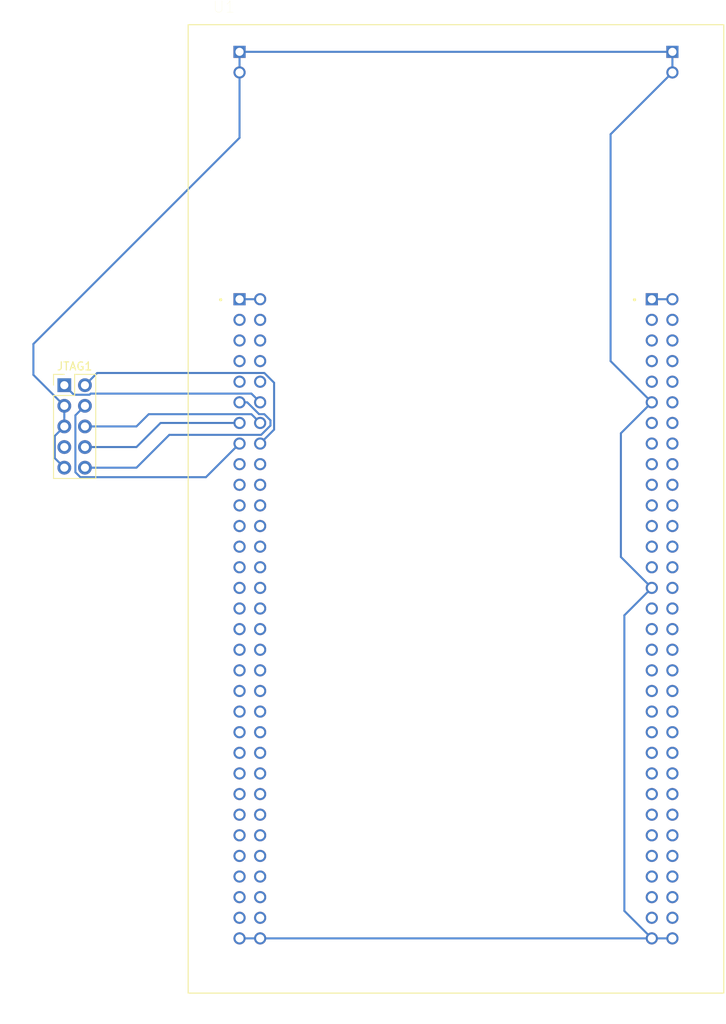
<source format=kicad_pcb>
(kicad_pcb (version 20171130) (host pcbnew "(5.1.10)-1")

  (general
    (thickness 1.6)
    (drawings 0)
    (tracks 56)
    (zones 0)
    (modules 2)
    (nets 122)
  )

  (page A4)
  (layers
    (0 F.Cu signal)
    (31 B.Cu signal)
    (32 B.Adhes user)
    (33 F.Adhes user)
    (34 B.Paste user)
    (35 F.Paste user)
    (36 B.SilkS user)
    (37 F.SilkS user)
    (38 B.Mask user)
    (39 F.Mask user)
    (40 Dwgs.User user)
    (41 Cmts.User user)
    (42 Eco1.User user)
    (43 Eco2.User user)
    (44 Edge.Cuts user)
    (45 Margin user)
    (46 B.CrtYd user)
    (47 F.CrtYd user)
    (48 B.Fab user)
    (49 F.Fab user)
  )

  (setup
    (last_trace_width 0.25)
    (trace_clearance 0.2)
    (zone_clearance 0.508)
    (zone_45_only no)
    (trace_min 0.2)
    (via_size 0.8)
    (via_drill 0.4)
    (via_min_size 0.4)
    (via_min_drill 0.3)
    (uvia_size 0.3)
    (uvia_drill 0.1)
    (uvias_allowed no)
    (uvia_min_size 0.2)
    (uvia_min_drill 0.1)
    (edge_width 0.05)
    (segment_width 0.2)
    (pcb_text_width 0.3)
    (pcb_text_size 1.5 1.5)
    (mod_edge_width 0.12)
    (mod_text_size 1 1)
    (mod_text_width 0.15)
    (pad_size 1.524 1.524)
    (pad_drill 0.762)
    (pad_to_mask_clearance 0)
    (aux_axis_origin 0 0)
    (visible_elements FFFFFF7F)
    (pcbplotparams
      (layerselection 0x010fc_ffffffff)
      (usegerberextensions false)
      (usegerberattributes true)
      (usegerberadvancedattributes true)
      (creategerberjobfile true)
      (excludeedgelayer true)
      (linewidth 0.100000)
      (plotframeref false)
      (viasonmask false)
      (mode 1)
      (useauxorigin false)
      (hpglpennumber 1)
      (hpglpenspeed 20)
      (hpglpendiameter 15.000000)
      (psnegative false)
      (psa4output false)
      (plotreference true)
      (plotvalue true)
      (plotinvisibletext false)
      (padsonsilk false)
      (subtractmaskfromsilk false)
      (outputformat 1)
      (mirror false)
      (drillshape 1)
      (scaleselection 1)
      (outputdirectory ""))
  )

  (net 0 "")
  (net 1 JTAG_nTRST)
  (net 2 GND)
  (net 3 JTAG_TDI)
  (net 4 "Net-(JTAG1-Pad7)")
  (net 5 JTAG_TDO)
  (net 6 JTAG_TCK)
  (net 7 JTAG_TMS)
  (net 8 JTAG_VJTAG)
  (net 9 "Net-(U1-PadP2_1)")
  (net 10 "Net-(U1-PadP2_3)")
  (net 11 "Net-(U1-PadP2_5)")
  (net 12 "Net-(U1-PadP2_6)")
  (net 13 "Net-(U1-PadP2_7)")
  (net 14 "Net-(U1-PadP2_8)")
  (net 15 "Net-(U1-PadP2_9)")
  (net 16 "Net-(U1-PadP2_10)")
  (net 17 "Net-(U1-PadP2_12)")
  (net 18 "Net-(U1-PadP2_13)")
  (net 19 "Net-(U1-PadP2_14)")
  (net 20 "Net-(U1-PadP2_15)")
  (net 21 "Net-(U1-PadP2_16)")
  (net 22 "Net-(U1-PadP2_17)")
  (net 23 "Net-(U1-PadP2_18)")
  (net 24 "Net-(U1-PadP2_19)")
  (net 25 "Net-(U1-PadP2_20)")
  (net 26 "Net-(U1-PadP2_21)")
  (net 27 "Net-(U1-PadP2_22)")
  (net 28 "Net-(U1-PadP2_23)")
  (net 29 "Net-(U1-PadP2_24)")
  (net 30 "Net-(U1-PadP2_25)")
  (net 31 "Net-(U1-PadP2_26)")
  (net 32 "Net-(U1-PadP2_27)")
  (net 33 "Net-(U1-PadP2_28)")
  (net 34 "Net-(U1-PadP2_30)")
  (net 35 "Net-(U1-PadP2_31)")
  (net 36 "Net-(U1-PadP2_32)")
  (net 37 "Net-(U1-PadP2_33)")
  (net 38 "Net-(U1-PadP2_34)")
  (net 39 "Net-(U1-PadP2_35)")
  (net 40 "Net-(U1-PadP2_36)")
  (net 41 "Net-(U1-PadP2_37)")
  (net 42 "Net-(U1-PadP2_38)")
  (net 43 "Net-(U1-PadP2_39)")
  (net 44 "Net-(U1-PadP2_40)")
  (net 45 "Net-(U1-PadP2_41)")
  (net 46 "Net-(U1-PadP2_42)")
  (net 47 "Net-(U1-PadP2_43)")
  (net 48 "Net-(U1-PadP2_44)")
  (net 49 "Net-(U1-PadP2_45)")
  (net 50 "Net-(U1-PadP2_46)")
  (net 51 "Net-(U1-PadP2_47)")
  (net 52 "Net-(U1-PadP2_48)")
  (net 53 "Net-(U1-PadP2_49)")
  (net 54 "Net-(U1-PadP2_50)")
  (net 55 "Net-(U1-PadP2_51)")
  (net 56 "Net-(U1-PadP2_52)")
  (net 57 "Net-(U1-PadP2_53)")
  (net 58 "Net-(U1-PadP2_54)")
  (net 59 "Net-(U1-PadP2_55)")
  (net 60 "Net-(U1-PadP2_56)")
  (net 61 "Net-(U1-PadP2_57)")
  (net 62 "Net-(U1-PadP2_58)")
  (net 63 "Net-(U1-PadP2_59)")
  (net 64 "Net-(U1-PadP2_60)")
  (net 65 "Net-(U1-PadP2_61)")
  (net 66 "Net-(U1-PadP2_62)")
  (net 67 "Net-(U1-PadP1_1)")
  (net 68 "Net-(U1-PadP1_3)")
  (net 69 "Net-(U1-PadP1_4)")
  (net 70 "Net-(U1-PadP1_5)")
  (net 71 "Net-(U1-PadP1_6)")
  (net 72 "Net-(U1-PadP1_7)")
  (net 73 "Net-(U1-PadP1_8)")
  (net 74 "Net-(U1-PadP1_9)")
  (net 75 "Net-(U1-PadP1_10)")
  (net 76 "Net-(U1-PadP1_17)")
  (net 77 "Net-(U1-PadP1_18)")
  (net 78 "Net-(U1-PadP1_19)")
  (net 79 "Net-(U1-PadP1_20)")
  (net 80 "Net-(U1-PadP1_21)")
  (net 81 "Net-(U1-PadP1_22)")
  (net 82 "Net-(U1-PadP1_23)")
  (net 83 "Net-(U1-PadP1_24)")
  (net 84 "Net-(U1-PadP1_25)")
  (net 85 "Net-(U1-PadP1_26)")
  (net 86 "Net-(U1-PadP1_27)")
  (net 87 "Net-(U1-PadP1_28)")
  (net 88 "Net-(U1-PadP1_29)")
  (net 89 "Net-(U1-PadP1_30)")
  (net 90 "Net-(U1-PadP1_31)")
  (net 91 "Net-(U1-PadP1_32)")
  (net 92 "Net-(U1-PadP1_33)")
  (net 93 "Net-(U1-PadP1_34)")
  (net 94 "Net-(U1-PadP1_35)")
  (net 95 "Net-(U1-PadP1_36)")
  (net 96 "Net-(U1-PadP1_37)")
  (net 97 "Net-(U1-PadP1_38)")
  (net 98 "Net-(U1-PadP1_39)")
  (net 99 "Net-(U1-PadP1_40)")
  (net 100 "Net-(U1-PadP1_41)")
  (net 101 "Net-(U1-PadP1_42)")
  (net 102 "Net-(U1-PadP1_43)")
  (net 103 "Net-(U1-PadP1_44)")
  (net 104 "Net-(U1-PadP1_45)")
  (net 105 "Net-(U1-PadP1_46)")
  (net 106 "Net-(U1-PadP1_47)")
  (net 107 "Net-(U1-PadP1_48)")
  (net 108 "Net-(U1-PadP1_49)")
  (net 109 "Net-(U1-PadP1_50)")
  (net 110 "Net-(U1-PadP1_51)")
  (net 111 "Net-(U1-PadP1_52)")
  (net 112 "Net-(U1-PadP1_53)")
  (net 113 "Net-(U1-PadP1_54)")
  (net 114 "Net-(U1-PadP1_55)")
  (net 115 "Net-(U1-PadP1_56)")
  (net 116 "Net-(U1-PadP1_57)")
  (net 117 "Net-(U1-PadP1_58)")
  (net 118 "Net-(U1-PadP1_59)")
  (net 119 "Net-(U1-PadP1_60)")
  (net 120 "Net-(U1-PadP1_61)")
  (net 121 "Net-(U1-PadP1_62)")

  (net_class Default "This is the default net class."
    (clearance 0.2)
    (trace_width 0.25)
    (via_dia 0.8)
    (via_drill 0.4)
    (uvia_dia 0.3)
    (uvia_drill 0.1)
    (add_net GND)
    (add_net JTAG_TCK)
    (add_net JTAG_TDI)
    (add_net JTAG_TDO)
    (add_net JTAG_TMS)
    (add_net JTAG_VJTAG)
    (add_net JTAG_nTRST)
    (add_net "Net-(JTAG1-Pad7)")
    (add_net "Net-(U1-PadP1_1)")
    (add_net "Net-(U1-PadP1_10)")
    (add_net "Net-(U1-PadP1_17)")
    (add_net "Net-(U1-PadP1_18)")
    (add_net "Net-(U1-PadP1_19)")
    (add_net "Net-(U1-PadP1_20)")
    (add_net "Net-(U1-PadP1_21)")
    (add_net "Net-(U1-PadP1_22)")
    (add_net "Net-(U1-PadP1_23)")
    (add_net "Net-(U1-PadP1_24)")
    (add_net "Net-(U1-PadP1_25)")
    (add_net "Net-(U1-PadP1_26)")
    (add_net "Net-(U1-PadP1_27)")
    (add_net "Net-(U1-PadP1_28)")
    (add_net "Net-(U1-PadP1_29)")
    (add_net "Net-(U1-PadP1_3)")
    (add_net "Net-(U1-PadP1_30)")
    (add_net "Net-(U1-PadP1_31)")
    (add_net "Net-(U1-PadP1_32)")
    (add_net "Net-(U1-PadP1_33)")
    (add_net "Net-(U1-PadP1_34)")
    (add_net "Net-(U1-PadP1_35)")
    (add_net "Net-(U1-PadP1_36)")
    (add_net "Net-(U1-PadP1_37)")
    (add_net "Net-(U1-PadP1_38)")
    (add_net "Net-(U1-PadP1_39)")
    (add_net "Net-(U1-PadP1_4)")
    (add_net "Net-(U1-PadP1_40)")
    (add_net "Net-(U1-PadP1_41)")
    (add_net "Net-(U1-PadP1_42)")
    (add_net "Net-(U1-PadP1_43)")
    (add_net "Net-(U1-PadP1_44)")
    (add_net "Net-(U1-PadP1_45)")
    (add_net "Net-(U1-PadP1_46)")
    (add_net "Net-(U1-PadP1_47)")
    (add_net "Net-(U1-PadP1_48)")
    (add_net "Net-(U1-PadP1_49)")
    (add_net "Net-(U1-PadP1_5)")
    (add_net "Net-(U1-PadP1_50)")
    (add_net "Net-(U1-PadP1_51)")
    (add_net "Net-(U1-PadP1_52)")
    (add_net "Net-(U1-PadP1_53)")
    (add_net "Net-(U1-PadP1_54)")
    (add_net "Net-(U1-PadP1_55)")
    (add_net "Net-(U1-PadP1_56)")
    (add_net "Net-(U1-PadP1_57)")
    (add_net "Net-(U1-PadP1_58)")
    (add_net "Net-(U1-PadP1_59)")
    (add_net "Net-(U1-PadP1_6)")
    (add_net "Net-(U1-PadP1_60)")
    (add_net "Net-(U1-PadP1_61)")
    (add_net "Net-(U1-PadP1_62)")
    (add_net "Net-(U1-PadP1_7)")
    (add_net "Net-(U1-PadP1_8)")
    (add_net "Net-(U1-PadP1_9)")
    (add_net "Net-(U1-PadP2_1)")
    (add_net "Net-(U1-PadP2_10)")
    (add_net "Net-(U1-PadP2_12)")
    (add_net "Net-(U1-PadP2_13)")
    (add_net "Net-(U1-PadP2_14)")
    (add_net "Net-(U1-PadP2_15)")
    (add_net "Net-(U1-PadP2_16)")
    (add_net "Net-(U1-PadP2_17)")
    (add_net "Net-(U1-PadP2_18)")
    (add_net "Net-(U1-PadP2_19)")
    (add_net "Net-(U1-PadP2_20)")
    (add_net "Net-(U1-PadP2_21)")
    (add_net "Net-(U1-PadP2_22)")
    (add_net "Net-(U1-PadP2_23)")
    (add_net "Net-(U1-PadP2_24)")
    (add_net "Net-(U1-PadP2_25)")
    (add_net "Net-(U1-PadP2_26)")
    (add_net "Net-(U1-PadP2_27)")
    (add_net "Net-(U1-PadP2_28)")
    (add_net "Net-(U1-PadP2_3)")
    (add_net "Net-(U1-PadP2_30)")
    (add_net "Net-(U1-PadP2_31)")
    (add_net "Net-(U1-PadP2_32)")
    (add_net "Net-(U1-PadP2_33)")
    (add_net "Net-(U1-PadP2_34)")
    (add_net "Net-(U1-PadP2_35)")
    (add_net "Net-(U1-PadP2_36)")
    (add_net "Net-(U1-PadP2_37)")
    (add_net "Net-(U1-PadP2_38)")
    (add_net "Net-(U1-PadP2_39)")
    (add_net "Net-(U1-PadP2_40)")
    (add_net "Net-(U1-PadP2_41)")
    (add_net "Net-(U1-PadP2_42)")
    (add_net "Net-(U1-PadP2_43)")
    (add_net "Net-(U1-PadP2_44)")
    (add_net "Net-(U1-PadP2_45)")
    (add_net "Net-(U1-PadP2_46)")
    (add_net "Net-(U1-PadP2_47)")
    (add_net "Net-(U1-PadP2_48)")
    (add_net "Net-(U1-PadP2_49)")
    (add_net "Net-(U1-PadP2_5)")
    (add_net "Net-(U1-PadP2_50)")
    (add_net "Net-(U1-PadP2_51)")
    (add_net "Net-(U1-PadP2_52)")
    (add_net "Net-(U1-PadP2_53)")
    (add_net "Net-(U1-PadP2_54)")
    (add_net "Net-(U1-PadP2_55)")
    (add_net "Net-(U1-PadP2_56)")
    (add_net "Net-(U1-PadP2_57)")
    (add_net "Net-(U1-PadP2_58)")
    (add_net "Net-(U1-PadP2_59)")
    (add_net "Net-(U1-PadP2_6)")
    (add_net "Net-(U1-PadP2_60)")
    (add_net "Net-(U1-PadP2_61)")
    (add_net "Net-(U1-PadP2_62)")
    (add_net "Net-(U1-PadP2_7)")
    (add_net "Net-(U1-PadP2_8)")
    (add_net "Net-(U1-PadP2_9)")
  )

  (module STM32F429I-DISC1:MODULE_STM32F429I-DISC1 (layer F.Cu) (tedit 60BA9217) (tstamp 60BAFF73)
    (at 133.35 96.52)
    (path /60BABDB9)
    (fp_text reference U1 (at -28.575 -61.849) (layer F.SilkS)
      (effects (font (size 1.4 1.4) (thickness 0.015)))
    )
    (fp_text value STM32F429I-DISC1 (at -12.573 62.611) (layer F.Fab)
      (effects (font (size 1.4 1.4) (thickness 0.015)))
    )
    (fp_line (start -33 -59.65) (end -33 59.65) (layer F.SilkS) (width 0.127))
    (fp_line (start -33 59.65) (end 33 59.65) (layer F.SilkS) (width 0.127))
    (fp_line (start 33 59.65) (end 33 -59.65) (layer F.SilkS) (width 0.127))
    (fp_line (start 33 -59.65) (end -33 -59.65) (layer F.SilkS) (width 0.127))
    (fp_line (start -33 -59.65) (end -33 59.65) (layer F.Fab) (width 0.127))
    (fp_line (start -33 59.65) (end 33 59.65) (layer F.Fab) (width 0.127))
    (fp_line (start 33 59.65) (end 33 -59.65) (layer F.Fab) (width 0.127))
    (fp_line (start 33 -59.65) (end -33 -59.65) (layer F.Fab) (width 0.127))
    (fp_line (start -33.25 -59.9) (end -33.25 59.9) (layer F.CrtYd) (width 0.05))
    (fp_line (start -33.25 59.9) (end 33.25 59.9) (layer F.CrtYd) (width 0.05))
    (fp_line (start 33.25 59.9) (end 33.25 -59.9) (layer F.CrtYd) (width 0.05))
    (fp_line (start 33.25 -59.9) (end -33.25 -59.9) (layer F.CrtYd) (width 0.05))
    (fp_circle (center -29 -25.77) (end -28.9 -25.77) (layer F.SilkS) (width 0.2))
    (fp_circle (center -29 -25.77) (end -28.9 -25.77) (layer F.Fab) (width 0.2))
    (fp_circle (center 22 -25.77) (end 22.1 -25.77) (layer F.SilkS) (width 0.2))
    (fp_circle (center 22 -25.77) (end 22.1 -25.77) (layer F.Fab) (width 0.2))
    (pad P2_1 thru_hole rect (at 24.13 -25.83) (size 1.5 1.5) (drill 1) (layers *.Cu *.Mask)
      (net 9 "Net-(U1-PadP2_1)"))
    (pad P2_2 thru_hole circle (at 26.67 -25.83) (size 1.5 1.5) (drill 1) (layers *.Cu *.Mask)
      (net 9 "Net-(U1-PadP2_1)"))
    (pad P2_3 thru_hole circle (at 24.13 -23.29) (size 1.5 1.5) (drill 1) (layers *.Cu *.Mask)
      (net 10 "Net-(U1-PadP2_3)"))
    (pad P2_4 thru_hole circle (at 26.67 -23.29) (size 1.5 1.5) (drill 1) (layers *.Cu *.Mask))
    (pad P2_5 thru_hole circle (at 24.13 -20.75) (size 1.5 1.5) (drill 1) (layers *.Cu *.Mask)
      (net 11 "Net-(U1-PadP2_5)"))
    (pad P2_6 thru_hole circle (at 26.67 -20.75) (size 1.5 1.5) (drill 1) (layers *.Cu *.Mask)
      (net 12 "Net-(U1-PadP2_6)"))
    (pad P2_7 thru_hole circle (at 24.13 -18.21) (size 1.5 1.5) (drill 1) (layers *.Cu *.Mask)
      (net 13 "Net-(U1-PadP2_7)"))
    (pad P2_8 thru_hole circle (at 26.67 -18.21) (size 1.5 1.5) (drill 1) (layers *.Cu *.Mask)
      (net 14 "Net-(U1-PadP2_8)"))
    (pad P2_9 thru_hole circle (at 24.13 -15.67) (size 1.5 1.5) (drill 1) (layers *.Cu *.Mask)
      (net 15 "Net-(U1-PadP2_9)"))
    (pad P2_10 thru_hole circle (at 26.67 -15.67) (size 1.5 1.5) (drill 1) (layers *.Cu *.Mask)
      (net 16 "Net-(U1-PadP2_10)"))
    (pad P2_11 thru_hole circle (at 24.13 -13.13) (size 1.5 1.5) (drill 1) (layers *.Cu *.Mask)
      (net 2 GND))
    (pad P2_12 thru_hole circle (at 26.67 -13.13) (size 1.5 1.5) (drill 1) (layers *.Cu *.Mask)
      (net 17 "Net-(U1-PadP2_12)"))
    (pad P2_13 thru_hole circle (at 24.13 -10.59) (size 1.5 1.5) (drill 1) (layers *.Cu *.Mask)
      (net 18 "Net-(U1-PadP2_13)"))
    (pad P2_14 thru_hole circle (at 26.67 -10.59) (size 1.5 1.5) (drill 1) (layers *.Cu *.Mask)
      (net 19 "Net-(U1-PadP2_14)"))
    (pad P2_15 thru_hole circle (at 24.13 -8.05) (size 1.5 1.5) (drill 1) (layers *.Cu *.Mask)
      (net 20 "Net-(U1-PadP2_15)"))
    (pad P2_16 thru_hole circle (at 26.67 -8.05) (size 1.5 1.5) (drill 1) (layers *.Cu *.Mask)
      (net 21 "Net-(U1-PadP2_16)"))
    (pad P2_17 thru_hole circle (at 24.13 -5.51) (size 1.5 1.5) (drill 1) (layers *.Cu *.Mask)
      (net 22 "Net-(U1-PadP2_17)"))
    (pad P2_18 thru_hole circle (at 26.67 -5.51) (size 1.5 1.5) (drill 1) (layers *.Cu *.Mask)
      (net 23 "Net-(U1-PadP2_18)"))
    (pad P2_19 thru_hole circle (at 24.13 -2.97) (size 1.5 1.5) (drill 1) (layers *.Cu *.Mask)
      (net 24 "Net-(U1-PadP2_19)"))
    (pad P2_20 thru_hole circle (at 26.67 -2.97) (size 1.5 1.5) (drill 1) (layers *.Cu *.Mask)
      (net 25 "Net-(U1-PadP2_20)"))
    (pad P2_21 thru_hole circle (at 24.13 -0.43) (size 1.5 1.5) (drill 1) (layers *.Cu *.Mask)
      (net 26 "Net-(U1-PadP2_21)"))
    (pad P2_22 thru_hole circle (at 26.67 -0.43) (size 1.5 1.5) (drill 1) (layers *.Cu *.Mask)
      (net 27 "Net-(U1-PadP2_22)"))
    (pad P2_23 thru_hole circle (at 24.13 2.11) (size 1.5 1.5) (drill 1) (layers *.Cu *.Mask)
      (net 28 "Net-(U1-PadP2_23)"))
    (pad P2_24 thru_hole circle (at 26.67 2.11) (size 1.5 1.5) (drill 1) (layers *.Cu *.Mask)
      (net 29 "Net-(U1-PadP2_24)"))
    (pad P2_25 thru_hole circle (at 24.13 4.65) (size 1.5 1.5) (drill 1) (layers *.Cu *.Mask)
      (net 30 "Net-(U1-PadP2_25)"))
    (pad P2_26 thru_hole circle (at 26.67 4.65) (size 1.5 1.5) (drill 1) (layers *.Cu *.Mask)
      (net 31 "Net-(U1-PadP2_26)"))
    (pad P2_27 thru_hole circle (at 24.13 7.19) (size 1.5 1.5) (drill 1) (layers *.Cu *.Mask)
      (net 32 "Net-(U1-PadP2_27)"))
    (pad P2_28 thru_hole circle (at 26.67 7.19) (size 1.5 1.5) (drill 1) (layers *.Cu *.Mask)
      (net 33 "Net-(U1-PadP2_28)"))
    (pad P2_29 thru_hole circle (at 24.13 9.73) (size 1.5 1.5) (drill 1) (layers *.Cu *.Mask)
      (net 2 GND))
    (pad P2_30 thru_hole circle (at 26.67 9.73) (size 1.5 1.5) (drill 1) (layers *.Cu *.Mask)
      (net 34 "Net-(U1-PadP2_30)"))
    (pad P2_31 thru_hole circle (at 24.13 12.27) (size 1.5 1.5) (drill 1) (layers *.Cu *.Mask)
      (net 35 "Net-(U1-PadP2_31)"))
    (pad P2_32 thru_hole circle (at 26.67 12.27) (size 1.5 1.5) (drill 1) (layers *.Cu *.Mask)
      (net 36 "Net-(U1-PadP2_32)"))
    (pad P2_33 thru_hole circle (at 24.13 14.81) (size 1.5 1.5) (drill 1) (layers *.Cu *.Mask)
      (net 37 "Net-(U1-PadP2_33)"))
    (pad P2_34 thru_hole circle (at 26.67 14.81) (size 1.5 1.5) (drill 1) (layers *.Cu *.Mask)
      (net 38 "Net-(U1-PadP2_34)"))
    (pad P2_35 thru_hole circle (at 24.13 17.35) (size 1.5 1.5) (drill 1) (layers *.Cu *.Mask)
      (net 39 "Net-(U1-PadP2_35)"))
    (pad P2_36 thru_hole circle (at 26.67 17.35) (size 1.5 1.5) (drill 1) (layers *.Cu *.Mask)
      (net 40 "Net-(U1-PadP2_36)"))
    (pad P2_37 thru_hole circle (at 24.13 19.89) (size 1.5 1.5) (drill 1) (layers *.Cu *.Mask)
      (net 41 "Net-(U1-PadP2_37)"))
    (pad P2_38 thru_hole circle (at 26.67 19.89) (size 1.5 1.5) (drill 1) (layers *.Cu *.Mask)
      (net 42 "Net-(U1-PadP2_38)"))
    (pad P2_39 thru_hole circle (at 24.13 22.43) (size 1.5 1.5) (drill 1) (layers *.Cu *.Mask)
      (net 43 "Net-(U1-PadP2_39)"))
    (pad P2_40 thru_hole circle (at 26.67 22.43) (size 1.5 1.5) (drill 1) (layers *.Cu *.Mask)
      (net 44 "Net-(U1-PadP2_40)"))
    (pad P2_41 thru_hole circle (at 24.13 24.97) (size 1.5 1.5) (drill 1) (layers *.Cu *.Mask)
      (net 45 "Net-(U1-PadP2_41)"))
    (pad P2_42 thru_hole circle (at 26.67 24.97) (size 1.5 1.5) (drill 1) (layers *.Cu *.Mask)
      (net 46 "Net-(U1-PadP2_42)"))
    (pad P2_43 thru_hole circle (at 24.13 27.51) (size 1.5 1.5) (drill 1) (layers *.Cu *.Mask)
      (net 47 "Net-(U1-PadP2_43)"))
    (pad P2_44 thru_hole circle (at 26.67 27.51) (size 1.5 1.5) (drill 1) (layers *.Cu *.Mask)
      (net 48 "Net-(U1-PadP2_44)"))
    (pad P2_45 thru_hole circle (at 24.13 30.05) (size 1.5 1.5) (drill 1) (layers *.Cu *.Mask)
      (net 49 "Net-(U1-PadP2_45)"))
    (pad P2_46 thru_hole circle (at 26.67 30.05) (size 1.5 1.5) (drill 1) (layers *.Cu *.Mask)
      (net 50 "Net-(U1-PadP2_46)"))
    (pad P2_47 thru_hole circle (at 24.13 32.59) (size 1.5 1.5) (drill 1) (layers *.Cu *.Mask)
      (net 51 "Net-(U1-PadP2_47)"))
    (pad P2_48 thru_hole circle (at 26.67 32.59) (size 1.5 1.5) (drill 1) (layers *.Cu *.Mask)
      (net 52 "Net-(U1-PadP2_48)"))
    (pad P2_49 thru_hole circle (at 24.13 35.13) (size 1.5 1.5) (drill 1) (layers *.Cu *.Mask)
      (net 53 "Net-(U1-PadP2_49)"))
    (pad P2_50 thru_hole circle (at 26.67 35.13) (size 1.5 1.5) (drill 1) (layers *.Cu *.Mask)
      (net 54 "Net-(U1-PadP2_50)"))
    (pad P2_51 thru_hole circle (at 24.13 37.67) (size 1.5 1.5) (drill 1) (layers *.Cu *.Mask)
      (net 55 "Net-(U1-PadP2_51)"))
    (pad P2_52 thru_hole circle (at 26.67 37.67) (size 1.5 1.5) (drill 1) (layers *.Cu *.Mask)
      (net 56 "Net-(U1-PadP2_52)"))
    (pad P2_53 thru_hole circle (at 24.13 40.21) (size 1.5 1.5) (drill 1) (layers *.Cu *.Mask)
      (net 57 "Net-(U1-PadP2_53)"))
    (pad P2_54 thru_hole circle (at 26.67 40.21) (size 1.5 1.5) (drill 1) (layers *.Cu *.Mask)
      (net 58 "Net-(U1-PadP2_54)"))
    (pad P2_55 thru_hole circle (at 24.13 42.75) (size 1.5 1.5) (drill 1) (layers *.Cu *.Mask)
      (net 59 "Net-(U1-PadP2_55)"))
    (pad P2_56 thru_hole circle (at 26.67 42.75) (size 1.5 1.5) (drill 1) (layers *.Cu *.Mask)
      (net 60 "Net-(U1-PadP2_56)"))
    (pad P2_57 thru_hole circle (at 24.13 45.29) (size 1.5 1.5) (drill 1) (layers *.Cu *.Mask)
      (net 61 "Net-(U1-PadP2_57)"))
    (pad P2_58 thru_hole circle (at 26.67 45.29) (size 1.5 1.5) (drill 1) (layers *.Cu *.Mask)
      (net 62 "Net-(U1-PadP2_58)"))
    (pad P2_59 thru_hole circle (at 24.13 47.83) (size 1.5 1.5) (drill 1) (layers *.Cu *.Mask)
      (net 63 "Net-(U1-PadP2_59)"))
    (pad P2_60 thru_hole circle (at 26.67 47.83) (size 1.5 1.5) (drill 1) (layers *.Cu *.Mask)
      (net 64 "Net-(U1-PadP2_60)"))
    (pad P2_61 thru_hole circle (at 24.13 50.37) (size 1.5 1.5) (drill 1) (layers *.Cu *.Mask)
      (net 65 "Net-(U1-PadP2_61)"))
    (pad P2_62 thru_hole circle (at 26.67 50.37) (size 1.5 1.5) (drill 1) (layers *.Cu *.Mask)
      (net 66 "Net-(U1-PadP2_62)"))
    (pad P2_63 thru_hole circle (at 24.13 52.91) (size 1.5 1.5) (drill 1) (layers *.Cu *.Mask)
      (net 2 GND))
    (pad P2_64 thru_hole circle (at 26.67 52.91) (size 1.5 1.5) (drill 1) (layers *.Cu *.Mask)
      (net 2 GND))
    (pad P1_1 thru_hole rect (at -26.67 -25.83) (size 1.5 1.5) (drill 1) (layers *.Cu *.Mask)
      (net 67 "Net-(U1-PadP1_1)"))
    (pad P1_2 thru_hole circle (at -24.13 -25.83) (size 1.5 1.5) (drill 1) (layers *.Cu *.Mask)
      (net 67 "Net-(U1-PadP1_1)"))
    (pad P1_3 thru_hole circle (at -26.67 -23.29) (size 1.5 1.5) (drill 1) (layers *.Cu *.Mask)
      (net 68 "Net-(U1-PadP1_3)"))
    (pad P1_4 thru_hole circle (at -24.13 -23.29) (size 1.5 1.5) (drill 1) (layers *.Cu *.Mask)
      (net 69 "Net-(U1-PadP1_4)"))
    (pad P1_5 thru_hole circle (at -26.67 -20.75) (size 1.5 1.5) (drill 1) (layers *.Cu *.Mask)
      (net 70 "Net-(U1-PadP1_5)"))
    (pad P1_6 thru_hole circle (at -24.13 -20.75) (size 1.5 1.5) (drill 1) (layers *.Cu *.Mask)
      (net 71 "Net-(U1-PadP1_6)"))
    (pad P1_7 thru_hole circle (at -26.67 -18.21) (size 1.5 1.5) (drill 1) (layers *.Cu *.Mask)
      (net 72 "Net-(U1-PadP1_7)"))
    (pad P1_8 thru_hole circle (at -24.13 -18.21) (size 1.5 1.5) (drill 1) (layers *.Cu *.Mask)
      (net 73 "Net-(U1-PadP1_8)"))
    (pad P1_9 thru_hole circle (at -26.67 -15.67) (size 1.5 1.5) (drill 1) (layers *.Cu *.Mask)
      (net 74 "Net-(U1-PadP1_9)"))
    (pad P1_10 thru_hole circle (at -24.13 -15.67) (size 1.5 1.5) (drill 1) (layers *.Cu *.Mask)
      (net 75 "Net-(U1-PadP1_10)"))
    (pad P1_11 thru_hole circle (at -26.67 -13.13) (size 1.5 1.5) (drill 1) (layers *.Cu *.Mask)
      (net 1 JTAG_nTRST))
    (pad P1_12 thru_hole circle (at -24.13 -13.13) (size 1.5 1.5) (drill 1) (layers *.Cu *.Mask)
      (net 8 JTAG_VJTAG))
    (pad P1_13 thru_hole circle (at -26.67 -10.59) (size 1.5 1.5) (drill 1) (layers *.Cu *.Mask)
      (net 3 JTAG_TDI))
    (pad P1_14 thru_hole circle (at -24.13 -10.59) (size 1.5 1.5) (drill 1) (layers *.Cu *.Mask)
      (net 5 JTAG_TDO))
    (pad P1_15 thru_hole circle (at -26.67 -8.05) (size 1.5 1.5) (drill 1) (layers *.Cu *.Mask)
      (net 6 JTAG_TCK))
    (pad P1_16 thru_hole circle (at -24.13 -8.05) (size 1.5 1.5) (drill 1) (layers *.Cu *.Mask)
      (net 7 JTAG_TMS))
    (pad P1_17 thru_hole circle (at -26.67 -5.51) (size 1.5 1.5) (drill 1) (layers *.Cu *.Mask)
      (net 76 "Net-(U1-PadP1_17)"))
    (pad P1_18 thru_hole circle (at -24.13 -5.51) (size 1.5 1.5) (drill 1) (layers *.Cu *.Mask)
      (net 77 "Net-(U1-PadP1_18)"))
    (pad P1_19 thru_hole circle (at -26.67 -2.97) (size 1.5 1.5) (drill 1) (layers *.Cu *.Mask)
      (net 78 "Net-(U1-PadP1_19)"))
    (pad P1_20 thru_hole circle (at -24.13 -2.97) (size 1.5 1.5) (drill 1) (layers *.Cu *.Mask)
      (net 79 "Net-(U1-PadP1_20)"))
    (pad P1_21 thru_hole circle (at -26.67 -0.43) (size 1.5 1.5) (drill 1) (layers *.Cu *.Mask)
      (net 80 "Net-(U1-PadP1_21)"))
    (pad P1_22 thru_hole circle (at -24.13 -0.43) (size 1.5 1.5) (drill 1) (layers *.Cu *.Mask)
      (net 81 "Net-(U1-PadP1_22)"))
    (pad P1_23 thru_hole circle (at -26.67 2.11) (size 1.5 1.5) (drill 1) (layers *.Cu *.Mask)
      (net 82 "Net-(U1-PadP1_23)"))
    (pad P1_24 thru_hole circle (at -24.13 2.11) (size 1.5 1.5) (drill 1) (layers *.Cu *.Mask)
      (net 83 "Net-(U1-PadP1_24)"))
    (pad P1_25 thru_hole circle (at -26.67 4.65) (size 1.5 1.5) (drill 1) (layers *.Cu *.Mask)
      (net 84 "Net-(U1-PadP1_25)"))
    (pad P1_26 thru_hole circle (at -24.13 4.65) (size 1.5 1.5) (drill 1) (layers *.Cu *.Mask)
      (net 85 "Net-(U1-PadP1_26)"))
    (pad P1_27 thru_hole circle (at -26.67 7.19) (size 1.5 1.5) (drill 1) (layers *.Cu *.Mask)
      (net 86 "Net-(U1-PadP1_27)"))
    (pad P1_28 thru_hole circle (at -24.13 7.19) (size 1.5 1.5) (drill 1) (layers *.Cu *.Mask)
      (net 87 "Net-(U1-PadP1_28)"))
    (pad P1_29 thru_hole circle (at -26.67 9.73) (size 1.5 1.5) (drill 1) (layers *.Cu *.Mask)
      (net 88 "Net-(U1-PadP1_29)"))
    (pad P1_30 thru_hole circle (at -24.13 9.73) (size 1.5 1.5) (drill 1) (layers *.Cu *.Mask)
      (net 89 "Net-(U1-PadP1_30)"))
    (pad P1_31 thru_hole circle (at -26.67 12.27) (size 1.5 1.5) (drill 1) (layers *.Cu *.Mask)
      (net 90 "Net-(U1-PadP1_31)"))
    (pad P1_32 thru_hole circle (at -24.13 12.27) (size 1.5 1.5) (drill 1) (layers *.Cu *.Mask)
      (net 91 "Net-(U1-PadP1_32)"))
    (pad P1_33 thru_hole circle (at -26.67 14.81) (size 1.5 1.5) (drill 1) (layers *.Cu *.Mask)
      (net 92 "Net-(U1-PadP1_33)"))
    (pad P1_34 thru_hole circle (at -24.13 14.81) (size 1.5 1.5) (drill 1) (layers *.Cu *.Mask)
      (net 93 "Net-(U1-PadP1_34)"))
    (pad P1_35 thru_hole circle (at -26.67 17.35) (size 1.5 1.5) (drill 1) (layers *.Cu *.Mask)
      (net 94 "Net-(U1-PadP1_35)"))
    (pad P1_36 thru_hole circle (at -24.13 17.35) (size 1.5 1.5) (drill 1) (layers *.Cu *.Mask)
      (net 95 "Net-(U1-PadP1_36)"))
    (pad P1_37 thru_hole circle (at -26.67 19.89) (size 1.5 1.5) (drill 1) (layers *.Cu *.Mask)
      (net 96 "Net-(U1-PadP1_37)"))
    (pad P1_38 thru_hole circle (at -24.13 19.89) (size 1.5 1.5) (drill 1) (layers *.Cu *.Mask)
      (net 97 "Net-(U1-PadP1_38)"))
    (pad P1_39 thru_hole circle (at -26.67 22.43) (size 1.5 1.5) (drill 1) (layers *.Cu *.Mask)
      (net 98 "Net-(U1-PadP1_39)"))
    (pad P1_40 thru_hole circle (at -24.13 22.43) (size 1.5 1.5) (drill 1) (layers *.Cu *.Mask)
      (net 99 "Net-(U1-PadP1_40)"))
    (pad P1_41 thru_hole circle (at -26.67 24.97) (size 1.5 1.5) (drill 1) (layers *.Cu *.Mask)
      (net 100 "Net-(U1-PadP1_41)"))
    (pad P1_42 thru_hole circle (at -24.13 24.97) (size 1.5 1.5) (drill 1) (layers *.Cu *.Mask)
      (net 101 "Net-(U1-PadP1_42)"))
    (pad P1_43 thru_hole circle (at -26.67 27.51) (size 1.5 1.5) (drill 1) (layers *.Cu *.Mask)
      (net 102 "Net-(U1-PadP1_43)"))
    (pad P1_44 thru_hole circle (at -24.13 27.51) (size 1.5 1.5) (drill 1) (layers *.Cu *.Mask)
      (net 103 "Net-(U1-PadP1_44)"))
    (pad P1_45 thru_hole circle (at -26.67 30.05) (size 1.5 1.5) (drill 1) (layers *.Cu *.Mask)
      (net 104 "Net-(U1-PadP1_45)"))
    (pad P1_46 thru_hole circle (at -24.13 30.05) (size 1.5 1.5) (drill 1) (layers *.Cu *.Mask)
      (net 105 "Net-(U1-PadP1_46)"))
    (pad P1_47 thru_hole circle (at -26.67 32.59) (size 1.5 1.5) (drill 1) (layers *.Cu *.Mask)
      (net 106 "Net-(U1-PadP1_47)"))
    (pad P1_48 thru_hole circle (at -24.13 32.59) (size 1.5 1.5) (drill 1) (layers *.Cu *.Mask)
      (net 107 "Net-(U1-PadP1_48)"))
    (pad P1_49 thru_hole circle (at -26.67 35.13) (size 1.5 1.5) (drill 1) (layers *.Cu *.Mask)
      (net 108 "Net-(U1-PadP1_49)"))
    (pad P1_50 thru_hole circle (at -24.13 35.13) (size 1.5 1.5) (drill 1) (layers *.Cu *.Mask)
      (net 109 "Net-(U1-PadP1_50)"))
    (pad P1_51 thru_hole circle (at -26.67 37.67) (size 1.5 1.5) (drill 1) (layers *.Cu *.Mask)
      (net 110 "Net-(U1-PadP1_51)"))
    (pad P1_52 thru_hole circle (at -24.13 37.67) (size 1.5 1.5) (drill 1) (layers *.Cu *.Mask)
      (net 111 "Net-(U1-PadP1_52)"))
    (pad P1_53 thru_hole circle (at -26.67 40.21) (size 1.5 1.5) (drill 1) (layers *.Cu *.Mask)
      (net 112 "Net-(U1-PadP1_53)"))
    (pad P1_54 thru_hole circle (at -24.13 40.21) (size 1.5 1.5) (drill 1) (layers *.Cu *.Mask)
      (net 113 "Net-(U1-PadP1_54)"))
    (pad P1_55 thru_hole circle (at -26.67 42.75) (size 1.5 1.5) (drill 1) (layers *.Cu *.Mask)
      (net 114 "Net-(U1-PadP1_55)"))
    (pad P1_56 thru_hole circle (at -24.13 42.75) (size 1.5 1.5) (drill 1) (layers *.Cu *.Mask)
      (net 115 "Net-(U1-PadP1_56)"))
    (pad P1_57 thru_hole circle (at -26.67 45.29) (size 1.5 1.5) (drill 1) (layers *.Cu *.Mask)
      (net 116 "Net-(U1-PadP1_57)"))
    (pad P1_58 thru_hole circle (at -24.13 45.29) (size 1.5 1.5) (drill 1) (layers *.Cu *.Mask)
      (net 117 "Net-(U1-PadP1_58)"))
    (pad P1_59 thru_hole circle (at -26.67 47.83) (size 1.5 1.5) (drill 1) (layers *.Cu *.Mask)
      (net 118 "Net-(U1-PadP1_59)"))
    (pad P1_60 thru_hole circle (at -24.13 47.83) (size 1.5 1.5) (drill 1) (layers *.Cu *.Mask)
      (net 119 "Net-(U1-PadP1_60)"))
    (pad P1_61 thru_hole circle (at -26.67 50.37) (size 1.5 1.5) (drill 1) (layers *.Cu *.Mask)
      (net 120 "Net-(U1-PadP1_61)"))
    (pad P1_62 thru_hole circle (at -24.13 50.37) (size 1.5 1.5) (drill 1) (layers *.Cu *.Mask)
      (net 121 "Net-(U1-PadP1_62)"))
    (pad P1_63 thru_hole circle (at -26.67 52.91) (size 1.5 1.5) (drill 1) (layers *.Cu *.Mask)
      (net 2 GND))
    (pad P1_64 thru_hole circle (at -24.13 52.91) (size 1.5 1.5) (drill 1) (layers *.Cu *.Mask)
      (net 2 GND))
    (pad JP1_1 thru_hole rect (at -26.67 -56.31) (size 1.5 1.5) (drill 1) (layers *.Cu *.Mask)
      (net 2 GND))
    (pad JP1_2 thru_hole circle (at -26.67 -53.77) (size 1.5 1.5) (drill 1) (layers *.Cu *.Mask)
      (net 2 GND))
    (pad JP2_1 thru_hole rect (at 26.67 -56.31) (size 1.5 1.5) (drill 1) (layers *.Cu *.Mask)
      (net 2 GND))
    (pad JP2_2 thru_hole circle (at 26.67 -53.77) (size 1.5 1.5) (drill 1) (layers *.Cu *.Mask)
      (net 2 GND))
  )

  (module Connector_PinHeader_2.54mm:PinHeader_2x05_P2.54mm_Vertical (layer F.Cu) (tedit 59FED5CC) (tstamp 60BAFEDB)
    (at 85.09 81.28)
    (descr "Through hole straight pin header, 2x05, 2.54mm pitch, double rows")
    (tags "Through hole pin header THT 2x05 2.54mm double row")
    (path /60BCA9E3)
    (fp_text reference JTAG1 (at 1.27 -2.33) (layer F.SilkS)
      (effects (font (size 1 1) (thickness 0.15)))
    )
    (fp_text value Conn_ARM_JTAG_SWD_10 (at 1.27 12.49) (layer F.Fab)
      (effects (font (size 1 1) (thickness 0.15)))
    )
    (fp_text user %R (at 1.27 5.08 90) (layer F.Fab)
      (effects (font (size 1 1) (thickness 0.15)))
    )
    (fp_line (start 0 -1.27) (end 3.81 -1.27) (layer F.Fab) (width 0.1))
    (fp_line (start 3.81 -1.27) (end 3.81 11.43) (layer F.Fab) (width 0.1))
    (fp_line (start 3.81 11.43) (end -1.27 11.43) (layer F.Fab) (width 0.1))
    (fp_line (start -1.27 11.43) (end -1.27 0) (layer F.Fab) (width 0.1))
    (fp_line (start -1.27 0) (end 0 -1.27) (layer F.Fab) (width 0.1))
    (fp_line (start -1.33 11.49) (end 3.87 11.49) (layer F.SilkS) (width 0.12))
    (fp_line (start -1.33 1.27) (end -1.33 11.49) (layer F.SilkS) (width 0.12))
    (fp_line (start 3.87 -1.33) (end 3.87 11.49) (layer F.SilkS) (width 0.12))
    (fp_line (start -1.33 1.27) (end 1.27 1.27) (layer F.SilkS) (width 0.12))
    (fp_line (start 1.27 1.27) (end 1.27 -1.33) (layer F.SilkS) (width 0.12))
    (fp_line (start 1.27 -1.33) (end 3.87 -1.33) (layer F.SilkS) (width 0.12))
    (fp_line (start -1.33 0) (end -1.33 -1.33) (layer F.SilkS) (width 0.12))
    (fp_line (start -1.33 -1.33) (end 0 -1.33) (layer F.SilkS) (width 0.12))
    (fp_line (start -1.8 -1.8) (end -1.8 11.95) (layer F.CrtYd) (width 0.05))
    (fp_line (start -1.8 11.95) (end 4.35 11.95) (layer F.CrtYd) (width 0.05))
    (fp_line (start 4.35 11.95) (end 4.35 -1.8) (layer F.CrtYd) (width 0.05))
    (fp_line (start 4.35 -1.8) (end -1.8 -1.8) (layer F.CrtYd) (width 0.05))
    (pad 10 thru_hole oval (at 2.54 10.16) (size 1.7 1.7) (drill 1) (layers *.Cu *.Mask)
      (net 1 JTAG_nTRST))
    (pad 9 thru_hole oval (at 0 10.16) (size 1.7 1.7) (drill 1) (layers *.Cu *.Mask)
      (net 2 GND))
    (pad 8 thru_hole oval (at 2.54 7.62) (size 1.7 1.7) (drill 1) (layers *.Cu *.Mask)
      (net 3 JTAG_TDI))
    (pad 7 thru_hole oval (at 0 7.62) (size 1.7 1.7) (drill 1) (layers *.Cu *.Mask)
      (net 4 "Net-(JTAG1-Pad7)"))
    (pad 6 thru_hole oval (at 2.54 5.08) (size 1.7 1.7) (drill 1) (layers *.Cu *.Mask)
      (net 5 JTAG_TDO))
    (pad 5 thru_hole oval (at 0 5.08) (size 1.7 1.7) (drill 1) (layers *.Cu *.Mask)
      (net 2 GND))
    (pad 4 thru_hole oval (at 2.54 2.54) (size 1.7 1.7) (drill 1) (layers *.Cu *.Mask)
      (net 6 JTAG_TCK))
    (pad 3 thru_hole oval (at 0 2.54) (size 1.7 1.7) (drill 1) (layers *.Cu *.Mask)
      (net 2 GND))
    (pad 2 thru_hole oval (at 2.54 0) (size 1.7 1.7) (drill 1) (layers *.Cu *.Mask)
      (net 7 JTAG_TMS))
    (pad 1 thru_hole rect (at 0 0) (size 1.7 1.7) (drill 1) (layers *.Cu *.Mask)
      (net 8 JTAG_VJTAG))
    (model ${KISYS3DMOD}/Connector_PinHeader_2.54mm.3dshapes/PinHeader_2x05_P2.54mm_Vertical.wrl
      (at (xyz 0 0 0))
      (scale (xyz 1 1 1))
      (rotate (xyz 0 0 0))
    )
  )

  (segment (start 109.736001 84.854999) (end 110.49 85.608998) (width 0.25) (layer B.Cu) (net 1))
  (segment (start 109.093997 84.854999) (end 109.736001 84.854999) (width 0.25) (layer B.Cu) (net 1))
  (segment (start 107.628998 83.39) (end 109.093997 84.854999) (width 0.25) (layer B.Cu) (net 1))
  (segment (start 106.68 83.39) (end 107.628998 83.39) (width 0.25) (layer B.Cu) (net 1))
  (segment (start 109.346003 87.394999) (end 98.025001 87.394999) (width 0.25) (layer B.Cu) (net 1))
  (segment (start 110.49 86.251002) (end 109.346003 87.394999) (width 0.25) (layer B.Cu) (net 1))
  (segment (start 110.49 85.608998) (end 110.49 86.251002) (width 0.25) (layer B.Cu) (net 1))
  (segment (start 93.98 91.44) (end 87.63 91.44) (width 0.25) (layer B.Cu) (net 1))
  (segment (start 98.025001 87.394999) (end 93.98 91.44) (width 0.25) (layer B.Cu) (net 1))
  (segment (start 106.68 40.21) (end 160.02 40.21) (width 0.25) (layer B.Cu) (net 2))
  (segment (start 106.68 40.21) (end 106.68 42.75) (width 0.25) (layer B.Cu) (net 2))
  (segment (start 106.68 42.75) (end 106.68 50.8) (width 0.25) (layer B.Cu) (net 2))
  (segment (start 106.68 50.8) (end 81.28 76.2) (width 0.25) (layer B.Cu) (net 2))
  (segment (start 81.28 80.01) (end 85.09 83.82) (width 0.25) (layer B.Cu) (net 2))
  (segment (start 81.28 76.2) (end 81.28 80.01) (width 0.25) (layer B.Cu) (net 2))
  (segment (start 85.09 83.82) (end 85.09 86.36) (width 0.25) (layer B.Cu) (net 2))
  (segment (start 83.914999 90.264999) (end 85.09 91.44) (width 0.25) (layer B.Cu) (net 2))
  (segment (start 83.914999 87.535001) (end 83.914999 90.264999) (width 0.25) (layer B.Cu) (net 2))
  (segment (start 85.09 86.36) (end 83.914999 87.535001) (width 0.25) (layer B.Cu) (net 2))
  (segment (start 106.68 149.43) (end 109.22 149.43) (width 0.25) (layer B.Cu) (net 2))
  (segment (start 109.22 149.43) (end 157.48 149.43) (width 0.25) (layer B.Cu) (net 2))
  (segment (start 157.48 149.43) (end 160.02 149.43) (width 0.25) (layer B.Cu) (net 2))
  (segment (start 157.48 149.43) (end 154.1 146.05) (width 0.25) (layer B.Cu) (net 2))
  (segment (start 154.1 109.63) (end 157.48 106.25) (width 0.25) (layer B.Cu) (net 2))
  (segment (start 154.1 146.05) (end 154.1 109.63) (width 0.25) (layer B.Cu) (net 2))
  (segment (start 157.48 106.25) (end 153.67 102.44) (width 0.25) (layer B.Cu) (net 2))
  (segment (start 153.67 87.2) (end 157.48 83.39) (width 0.25) (layer B.Cu) (net 2))
  (segment (start 153.67 102.44) (end 153.67 87.2) (width 0.25) (layer B.Cu) (net 2))
  (segment (start 157.48 83.39) (end 152.4 78.31) (width 0.25) (layer B.Cu) (net 2))
  (segment (start 152.4 50.37) (end 160.02 42.75) (width 0.25) (layer B.Cu) (net 2))
  (segment (start 152.4 78.31) (end 152.4 50.37) (width 0.25) (layer B.Cu) (net 2))
  (segment (start 160.02 40.21) (end 160.02 42.75) (width 0.25) (layer B.Cu) (net 2))
  (segment (start 106.68 85.93) (end 96.95 85.93) (width 0.25) (layer B.Cu) (net 3))
  (segment (start 93.98 88.9) (end 87.63 88.9) (width 0.25) (layer B.Cu) (net 3))
  (segment (start 96.95 85.93) (end 93.98 88.9) (width 0.25) (layer B.Cu) (net 3))
  (segment (start 108.144999 84.854999) (end 95.485001 84.854999) (width 0.25) (layer B.Cu) (net 5))
  (segment (start 109.22 85.93) (end 108.144999 84.854999) (width 0.25) (layer B.Cu) (net 5))
  (segment (start 93.98 86.36) (end 87.63 86.36) (width 0.25) (layer B.Cu) (net 5))
  (segment (start 95.485001 84.854999) (end 93.98 86.36) (width 0.25) (layer B.Cu) (net 5))
  (segment (start 86.454999 84.995001) (end 87.63 83.82) (width 0.25) (layer B.Cu) (net 6))
  (segment (start 86.454999 92.004001) (end 86.454999 84.995001) (width 0.25) (layer B.Cu) (net 6))
  (segment (start 102.534999 92.615001) (end 87.065999 92.615001) (width 0.25) (layer B.Cu) (net 6))
  (segment (start 87.065999 92.615001) (end 86.454999 92.004001) (width 0.25) (layer B.Cu) (net 6))
  (segment (start 106.68 88.47) (end 102.534999 92.615001) (width 0.25) (layer B.Cu) (net 6))
  (segment (start 89.135001 79.774999) (end 87.63 81.28) (width 0.25) (layer B.Cu) (net 7))
  (segment (start 109.736001 79.774999) (end 89.135001 79.774999) (width 0.25) (layer B.Cu) (net 7))
  (segment (start 110.940009 80.979007) (end 109.736001 79.774999) (width 0.25) (layer B.Cu) (net 7))
  (segment (start 110.940009 86.749991) (end 110.940009 80.979007) (width 0.25) (layer B.Cu) (net 7))
  (segment (start 109.22 88.47) (end 110.940009 86.749991) (width 0.25) (layer B.Cu) (net 7))
  (segment (start 86.265001 82.455001) (end 85.09 81.28) (width 0.25) (layer B.Cu) (net 8))
  (segment (start 88.194001 82.455001) (end 86.265001 82.455001) (width 0.25) (layer B.Cu) (net 8))
  (segment (start 88.334003 82.314999) (end 88.194001 82.455001) (width 0.25) (layer B.Cu) (net 8))
  (segment (start 108.144999 82.314999) (end 88.334003 82.314999) (width 0.25) (layer B.Cu) (net 8))
  (segment (start 109.22 83.39) (end 108.144999 82.314999) (width 0.25) (layer B.Cu) (net 8))
  (segment (start 157.48 70.69) (end 160.02 70.69) (width 0.25) (layer B.Cu) (net 9))
  (segment (start 109.22 70.69) (end 106.68 70.69) (width 0.25) (layer B.Cu) (net 67))

)

</source>
